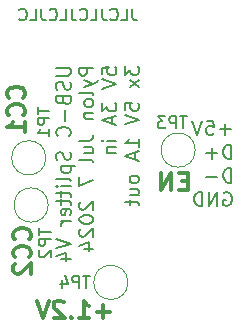
<source format=gbr>
%TF.GenerationSoftware,KiCad,Pcbnew,8.0.3*%
%TF.CreationDate,2024-07-08T02:18:10-04:00*%
%TF.ProjectId,USB-C-3-way-splitter-V4,5553422d-432d-4332-9d77-61792d73706c,rev?*%
%TF.SameCoordinates,Original*%
%TF.FileFunction,Legend,Bot*%
%TF.FilePolarity,Positive*%
%FSLAX46Y46*%
G04 Gerber Fmt 4.6, Leading zero omitted, Abs format (unit mm)*
G04 Created by KiCad (PCBNEW 8.0.3) date 2024-07-08 02:18:10*
%MOMM*%
%LPD*%
G01*
G04 APERTURE LIST*
%ADD10C,0.150000*%
%ADD11C,0.300000*%
%ADD12C,0.200000*%
%ADD13C,0.120000*%
G04 APERTURE END LIST*
D10*
X24715601Y2911800D02*
X23801316Y2911800D01*
X24258458Y2454657D02*
X24258458Y3368942D01*
X22658459Y3654657D02*
X23229887Y3654657D01*
X23229887Y3654657D02*
X23287030Y3083228D01*
X23287030Y3083228D02*
X23229887Y3140371D01*
X23229887Y3140371D02*
X23115602Y3197514D01*
X23115602Y3197514D02*
X22829887Y3197514D01*
X22829887Y3197514D02*
X22715602Y3140371D01*
X22715602Y3140371D02*
X22658459Y3083228D01*
X22658459Y3083228D02*
X22601316Y2968942D01*
X22601316Y2968942D02*
X22601316Y2683228D01*
X22601316Y2683228D02*
X22658459Y2568942D01*
X22658459Y2568942D02*
X22715602Y2511800D01*
X22715602Y2511800D02*
X22829887Y2454657D01*
X22829887Y2454657D02*
X23115602Y2454657D01*
X23115602Y2454657D02*
X23229887Y2511800D01*
X23229887Y2511800D02*
X23287030Y2568942D01*
X22258459Y3654657D02*
X21858459Y2454657D01*
X21858459Y2454657D02*
X21458459Y3654657D01*
D11*
X21045489Y-1465114D02*
X20545489Y-1465114D01*
X20331203Y-2250828D02*
X21045489Y-2250828D01*
X21045489Y-2250828D02*
X21045489Y-750828D01*
X21045489Y-750828D02*
X20331203Y-750828D01*
X19688346Y-2250828D02*
X19688346Y-750828D01*
X19688346Y-750828D02*
X18831203Y-2250828D01*
X18831203Y-2250828D02*
X18831203Y-750828D01*
X7157971Y5588346D02*
X7229400Y5659774D01*
X7229400Y5659774D02*
X7300828Y5874060D01*
X7300828Y5874060D02*
X7300828Y6016917D01*
X7300828Y6016917D02*
X7229400Y6231203D01*
X7229400Y6231203D02*
X7086542Y6374060D01*
X7086542Y6374060D02*
X6943685Y6445489D01*
X6943685Y6445489D02*
X6657971Y6516917D01*
X6657971Y6516917D02*
X6443685Y6516917D01*
X6443685Y6516917D02*
X6157971Y6445489D01*
X6157971Y6445489D02*
X6015114Y6374060D01*
X6015114Y6374060D02*
X5872257Y6231203D01*
X5872257Y6231203D02*
X5800828Y6016917D01*
X5800828Y6016917D02*
X5800828Y5874060D01*
X5800828Y5874060D02*
X5872257Y5659774D01*
X5872257Y5659774D02*
X5943685Y5588346D01*
X7157971Y4088346D02*
X7229400Y4159774D01*
X7229400Y4159774D02*
X7300828Y4374060D01*
X7300828Y4374060D02*
X7300828Y4516917D01*
X7300828Y4516917D02*
X7229400Y4731203D01*
X7229400Y4731203D02*
X7086542Y4874060D01*
X7086542Y4874060D02*
X6943685Y4945489D01*
X6943685Y4945489D02*
X6657971Y5016917D01*
X6657971Y5016917D02*
X6443685Y5016917D01*
X6443685Y5016917D02*
X6157971Y4945489D01*
X6157971Y4945489D02*
X6015114Y4874060D01*
X6015114Y4874060D02*
X5872257Y4731203D01*
X5872257Y4731203D02*
X5800828Y4516917D01*
X5800828Y4516917D02*
X5800828Y4374060D01*
X5800828Y4374060D02*
X5872257Y4159774D01*
X5872257Y4159774D02*
X5943685Y4088346D01*
X7300828Y2659774D02*
X7300828Y3516917D01*
X7300828Y3088346D02*
X5800828Y3088346D01*
X5800828Y3088346D02*
X6015114Y3231203D01*
X6015114Y3231203D02*
X6157971Y3374060D01*
X6157971Y3374060D02*
X6229400Y3516917D01*
D10*
X16377506Y13130180D02*
X16377506Y12415895D01*
X16377506Y12415895D02*
X16425125Y12273038D01*
X16425125Y12273038D02*
X16520363Y12177800D01*
X16520363Y12177800D02*
X16663220Y12130180D01*
X16663220Y12130180D02*
X16758458Y12130180D01*
X15425125Y12130180D02*
X15901315Y12130180D01*
X15901315Y12130180D02*
X15901315Y13130180D01*
X14520363Y12225419D02*
X14567982Y12177800D01*
X14567982Y12177800D02*
X14710839Y12130180D01*
X14710839Y12130180D02*
X14806077Y12130180D01*
X14806077Y12130180D02*
X14948934Y12177800D01*
X14948934Y12177800D02*
X15044172Y12273038D01*
X15044172Y12273038D02*
X15091791Y12368276D01*
X15091791Y12368276D02*
X15139410Y12558752D01*
X15139410Y12558752D02*
X15139410Y12701609D01*
X15139410Y12701609D02*
X15091791Y12892085D01*
X15091791Y12892085D02*
X15044172Y12987323D01*
X15044172Y12987323D02*
X14948934Y13082561D01*
X14948934Y13082561D02*
X14806077Y13130180D01*
X14806077Y13130180D02*
X14710839Y13130180D01*
X14710839Y13130180D02*
X14567982Y13082561D01*
X14567982Y13082561D02*
X14520363Y13034942D01*
X13806077Y13130180D02*
X13806077Y12415895D01*
X13806077Y12415895D02*
X13853696Y12273038D01*
X13853696Y12273038D02*
X13948934Y12177800D01*
X13948934Y12177800D02*
X14091791Y12130180D01*
X14091791Y12130180D02*
X14187029Y12130180D01*
X12853696Y12130180D02*
X13329886Y12130180D01*
X13329886Y12130180D02*
X13329886Y13130180D01*
X11948934Y12225419D02*
X11996553Y12177800D01*
X11996553Y12177800D02*
X12139410Y12130180D01*
X12139410Y12130180D02*
X12234648Y12130180D01*
X12234648Y12130180D02*
X12377505Y12177800D01*
X12377505Y12177800D02*
X12472743Y12273038D01*
X12472743Y12273038D02*
X12520362Y12368276D01*
X12520362Y12368276D02*
X12567981Y12558752D01*
X12567981Y12558752D02*
X12567981Y12701609D01*
X12567981Y12701609D02*
X12520362Y12892085D01*
X12520362Y12892085D02*
X12472743Y12987323D01*
X12472743Y12987323D02*
X12377505Y13082561D01*
X12377505Y13082561D02*
X12234648Y13130180D01*
X12234648Y13130180D02*
X12139410Y13130180D01*
X12139410Y13130180D02*
X11996553Y13082561D01*
X11996553Y13082561D02*
X11948934Y13034942D01*
X11234648Y13130180D02*
X11234648Y12415895D01*
X11234648Y12415895D02*
X11282267Y12273038D01*
X11282267Y12273038D02*
X11377505Y12177800D01*
X11377505Y12177800D02*
X11520362Y12130180D01*
X11520362Y12130180D02*
X11615600Y12130180D01*
X10282267Y12130180D02*
X10758457Y12130180D01*
X10758457Y12130180D02*
X10758457Y13130180D01*
X9377505Y12225419D02*
X9425124Y12177800D01*
X9425124Y12177800D02*
X9567981Y12130180D01*
X9567981Y12130180D02*
X9663219Y12130180D01*
X9663219Y12130180D02*
X9806076Y12177800D01*
X9806076Y12177800D02*
X9901314Y12273038D01*
X9901314Y12273038D02*
X9948933Y12368276D01*
X9948933Y12368276D02*
X9996552Y12558752D01*
X9996552Y12558752D02*
X9996552Y12701609D01*
X9996552Y12701609D02*
X9948933Y12892085D01*
X9948933Y12892085D02*
X9901314Y12987323D01*
X9901314Y12987323D02*
X9806076Y13082561D01*
X9806076Y13082561D02*
X9663219Y13130180D01*
X9663219Y13130180D02*
X9567981Y13130180D01*
X9567981Y13130180D02*
X9425124Y13082561D01*
X9425124Y13082561D02*
X9377505Y13034942D01*
X8663219Y13130180D02*
X8663219Y12415895D01*
X8663219Y12415895D02*
X8710838Y12273038D01*
X8710838Y12273038D02*
X8806076Y12177800D01*
X8806076Y12177800D02*
X8948933Y12130180D01*
X8948933Y12130180D02*
X9044171Y12130180D01*
X7710838Y12130180D02*
X8187028Y12130180D01*
X8187028Y12130180D02*
X8187028Y13130180D01*
X6806076Y12225419D02*
X6853695Y12177800D01*
X6853695Y12177800D02*
X6996552Y12130180D01*
X6996552Y12130180D02*
X7091790Y12130180D01*
X7091790Y12130180D02*
X7234647Y12177800D01*
X7234647Y12177800D02*
X7329885Y12273038D01*
X7329885Y12273038D02*
X7377504Y12368276D01*
X7377504Y12368276D02*
X7425123Y12558752D01*
X7425123Y12558752D02*
X7425123Y12701609D01*
X7425123Y12701609D02*
X7377504Y12892085D01*
X7377504Y12892085D02*
X7329885Y12987323D01*
X7329885Y12987323D02*
X7234647Y13082561D01*
X7234647Y13082561D02*
X7091790Y13130180D01*
X7091790Y13130180D02*
X6996552Y13130180D01*
X6996552Y13130180D02*
X6853695Y13082561D01*
X6853695Y13082561D02*
X6806076Y13034942D01*
D12*
X9946943Y8132707D02*
X10918372Y8132707D01*
X10918372Y8132707D02*
X11032658Y8075564D01*
X11032658Y8075564D02*
X11089801Y8018422D01*
X11089801Y8018422D02*
X11146943Y7904136D01*
X11146943Y7904136D02*
X11146943Y7675564D01*
X11146943Y7675564D02*
X11089801Y7561279D01*
X11089801Y7561279D02*
X11032658Y7504136D01*
X11032658Y7504136D02*
X10918372Y7446993D01*
X10918372Y7446993D02*
X9946943Y7446993D01*
X11089801Y6932707D02*
X11146943Y6761279D01*
X11146943Y6761279D02*
X11146943Y6475564D01*
X11146943Y6475564D02*
X11089801Y6361279D01*
X11089801Y6361279D02*
X11032658Y6304136D01*
X11032658Y6304136D02*
X10918372Y6246993D01*
X10918372Y6246993D02*
X10804086Y6246993D01*
X10804086Y6246993D02*
X10689801Y6304136D01*
X10689801Y6304136D02*
X10632658Y6361279D01*
X10632658Y6361279D02*
X10575515Y6475564D01*
X10575515Y6475564D02*
X10518372Y6704136D01*
X10518372Y6704136D02*
X10461229Y6818421D01*
X10461229Y6818421D02*
X10404086Y6875564D01*
X10404086Y6875564D02*
X10289801Y6932707D01*
X10289801Y6932707D02*
X10175515Y6932707D01*
X10175515Y6932707D02*
X10061229Y6875564D01*
X10061229Y6875564D02*
X10004086Y6818421D01*
X10004086Y6818421D02*
X9946943Y6704136D01*
X9946943Y6704136D02*
X9946943Y6418421D01*
X9946943Y6418421D02*
X10004086Y6246993D01*
X10518372Y5332707D02*
X10575515Y5161279D01*
X10575515Y5161279D02*
X10632658Y5104136D01*
X10632658Y5104136D02*
X10746943Y5046993D01*
X10746943Y5046993D02*
X10918372Y5046993D01*
X10918372Y5046993D02*
X11032658Y5104136D01*
X11032658Y5104136D02*
X11089801Y5161279D01*
X11089801Y5161279D02*
X11146943Y5275564D01*
X11146943Y5275564D02*
X11146943Y5732707D01*
X11146943Y5732707D02*
X9946943Y5732707D01*
X9946943Y5732707D02*
X9946943Y5332707D01*
X9946943Y5332707D02*
X10004086Y5218422D01*
X10004086Y5218422D02*
X10061229Y5161279D01*
X10061229Y5161279D02*
X10175515Y5104136D01*
X10175515Y5104136D02*
X10289801Y5104136D01*
X10289801Y5104136D02*
X10404086Y5161279D01*
X10404086Y5161279D02*
X10461229Y5218422D01*
X10461229Y5218422D02*
X10518372Y5332707D01*
X10518372Y5332707D02*
X10518372Y5732707D01*
X10689801Y4532707D02*
X10689801Y3618422D01*
X11032658Y2361279D02*
X11089801Y2418422D01*
X11089801Y2418422D02*
X11146943Y2589850D01*
X11146943Y2589850D02*
X11146943Y2704136D01*
X11146943Y2704136D02*
X11089801Y2875565D01*
X11089801Y2875565D02*
X10975515Y2989850D01*
X10975515Y2989850D02*
X10861229Y3046993D01*
X10861229Y3046993D02*
X10632658Y3104136D01*
X10632658Y3104136D02*
X10461229Y3104136D01*
X10461229Y3104136D02*
X10232658Y3046993D01*
X10232658Y3046993D02*
X10118372Y2989850D01*
X10118372Y2989850D02*
X10004086Y2875565D01*
X10004086Y2875565D02*
X9946943Y2704136D01*
X9946943Y2704136D02*
X9946943Y2589850D01*
X9946943Y2589850D02*
X10004086Y2418422D01*
X10004086Y2418422D02*
X10061229Y2361279D01*
X11089801Y989850D02*
X11146943Y818422D01*
X11146943Y818422D02*
X11146943Y532707D01*
X11146943Y532707D02*
X11089801Y418422D01*
X11089801Y418422D02*
X11032658Y361279D01*
X11032658Y361279D02*
X10918372Y304136D01*
X10918372Y304136D02*
X10804086Y304136D01*
X10804086Y304136D02*
X10689801Y361279D01*
X10689801Y361279D02*
X10632658Y418422D01*
X10632658Y418422D02*
X10575515Y532707D01*
X10575515Y532707D02*
X10518372Y761279D01*
X10518372Y761279D02*
X10461229Y875564D01*
X10461229Y875564D02*
X10404086Y932707D01*
X10404086Y932707D02*
X10289801Y989850D01*
X10289801Y989850D02*
X10175515Y989850D01*
X10175515Y989850D02*
X10061229Y932707D01*
X10061229Y932707D02*
X10004086Y875564D01*
X10004086Y875564D02*
X9946943Y761279D01*
X9946943Y761279D02*
X9946943Y475564D01*
X9946943Y475564D02*
X10004086Y304136D01*
X10346943Y-210149D02*
X11546943Y-210149D01*
X10404086Y-210149D02*
X10346943Y-324435D01*
X10346943Y-324435D02*
X10346943Y-553006D01*
X10346943Y-553006D02*
X10404086Y-667292D01*
X10404086Y-667292D02*
X10461229Y-724435D01*
X10461229Y-724435D02*
X10575515Y-781577D01*
X10575515Y-781577D02*
X10918372Y-781577D01*
X10918372Y-781577D02*
X11032658Y-724435D01*
X11032658Y-724435D02*
X11089801Y-667292D01*
X11089801Y-667292D02*
X11146943Y-553006D01*
X11146943Y-553006D02*
X11146943Y-324435D01*
X11146943Y-324435D02*
X11089801Y-210149D01*
X11146943Y-1467291D02*
X11089801Y-1353006D01*
X11089801Y-1353006D02*
X10975515Y-1295863D01*
X10975515Y-1295863D02*
X9946943Y-1295863D01*
X11146943Y-1924434D02*
X10346943Y-1924434D01*
X9946943Y-1924434D02*
X10004086Y-1867291D01*
X10004086Y-1867291D02*
X10061229Y-1924434D01*
X10061229Y-1924434D02*
X10004086Y-1981577D01*
X10004086Y-1981577D02*
X9946943Y-1924434D01*
X9946943Y-1924434D02*
X10061229Y-1924434D01*
X10346943Y-2324434D02*
X10346943Y-2781577D01*
X9946943Y-2495863D02*
X10975515Y-2495863D01*
X10975515Y-2495863D02*
X11089801Y-2553006D01*
X11089801Y-2553006D02*
X11146943Y-2667291D01*
X11146943Y-2667291D02*
X11146943Y-2781577D01*
X10346943Y-3010148D02*
X10346943Y-3467291D01*
X9946943Y-3181577D02*
X10975515Y-3181577D01*
X10975515Y-3181577D02*
X11089801Y-3238720D01*
X11089801Y-3238720D02*
X11146943Y-3353005D01*
X11146943Y-3353005D02*
X11146943Y-3467291D01*
X11089801Y-4324434D02*
X11146943Y-4210148D01*
X11146943Y-4210148D02*
X11146943Y-3981577D01*
X11146943Y-3981577D02*
X11089801Y-3867291D01*
X11089801Y-3867291D02*
X10975515Y-3810148D01*
X10975515Y-3810148D02*
X10518372Y-3810148D01*
X10518372Y-3810148D02*
X10404086Y-3867291D01*
X10404086Y-3867291D02*
X10346943Y-3981577D01*
X10346943Y-3981577D02*
X10346943Y-4210148D01*
X10346943Y-4210148D02*
X10404086Y-4324434D01*
X10404086Y-4324434D02*
X10518372Y-4381577D01*
X10518372Y-4381577D02*
X10632658Y-4381577D01*
X10632658Y-4381577D02*
X10746943Y-3810148D01*
X11146943Y-4895862D02*
X10346943Y-4895862D01*
X10575515Y-4895862D02*
X10461229Y-4953005D01*
X10461229Y-4953005D02*
X10404086Y-5010148D01*
X10404086Y-5010148D02*
X10346943Y-5124433D01*
X10346943Y-5124433D02*
X10346943Y-5238719D01*
X9946943Y-6381576D02*
X11146943Y-6781576D01*
X11146943Y-6781576D02*
X9946943Y-7181576D01*
X10346943Y-8095862D02*
X11146943Y-8095862D01*
X9889801Y-7810147D02*
X10746943Y-7524433D01*
X10746943Y-7524433D02*
X10746943Y-8267290D01*
X13078876Y8132707D02*
X11878876Y8132707D01*
X11878876Y8132707D02*
X11878876Y7675564D01*
X11878876Y7675564D02*
X11936019Y7561279D01*
X11936019Y7561279D02*
X11993162Y7504136D01*
X11993162Y7504136D02*
X12107448Y7446993D01*
X12107448Y7446993D02*
X12278876Y7446993D01*
X12278876Y7446993D02*
X12393162Y7504136D01*
X12393162Y7504136D02*
X12450305Y7561279D01*
X12450305Y7561279D02*
X12507448Y7675564D01*
X12507448Y7675564D02*
X12507448Y8132707D01*
X12278876Y7046993D02*
X13078876Y6761279D01*
X12278876Y6475564D02*
X13078876Y6761279D01*
X13078876Y6761279D02*
X13364591Y6875564D01*
X13364591Y6875564D02*
X13421734Y6932707D01*
X13421734Y6932707D02*
X13478876Y7046993D01*
X13078876Y5846993D02*
X13021734Y5961278D01*
X13021734Y5961278D02*
X12907448Y6018421D01*
X12907448Y6018421D02*
X11878876Y6018421D01*
X13078876Y5218422D02*
X13021734Y5332707D01*
X13021734Y5332707D02*
X12964591Y5389850D01*
X12964591Y5389850D02*
X12850305Y5446993D01*
X12850305Y5446993D02*
X12507448Y5446993D01*
X12507448Y5446993D02*
X12393162Y5389850D01*
X12393162Y5389850D02*
X12336019Y5332707D01*
X12336019Y5332707D02*
X12278876Y5218422D01*
X12278876Y5218422D02*
X12278876Y5046993D01*
X12278876Y5046993D02*
X12336019Y4932707D01*
X12336019Y4932707D02*
X12393162Y4875565D01*
X12393162Y4875565D02*
X12507448Y4818422D01*
X12507448Y4818422D02*
X12850305Y4818422D01*
X12850305Y4818422D02*
X12964591Y4875565D01*
X12964591Y4875565D02*
X13021734Y4932707D01*
X13021734Y4932707D02*
X13078876Y5046993D01*
X13078876Y5046993D02*
X13078876Y5218422D01*
X12278876Y4304136D02*
X13078876Y4304136D01*
X12393162Y4304136D02*
X12336019Y4246993D01*
X12336019Y4246993D02*
X12278876Y4132708D01*
X12278876Y4132708D02*
X12278876Y3961279D01*
X12278876Y3961279D02*
X12336019Y3846993D01*
X12336019Y3846993D02*
X12450305Y3789851D01*
X12450305Y3789851D02*
X13078876Y3789851D01*
X11878876Y1961279D02*
X12736019Y1961279D01*
X12736019Y1961279D02*
X12907448Y2018422D01*
X12907448Y2018422D02*
X13021734Y2132708D01*
X13021734Y2132708D02*
X13078876Y2304136D01*
X13078876Y2304136D02*
X13078876Y2418422D01*
X12278876Y875565D02*
X13078876Y875565D01*
X12278876Y1389850D02*
X12907448Y1389850D01*
X12907448Y1389850D02*
X13021734Y1332707D01*
X13021734Y1332707D02*
X13078876Y1218422D01*
X13078876Y1218422D02*
X13078876Y1046993D01*
X13078876Y1046993D02*
X13021734Y932707D01*
X13021734Y932707D02*
X12964591Y875565D01*
X13078876Y132708D02*
X13021734Y246993D01*
X13021734Y246993D02*
X12907448Y304136D01*
X12907448Y304136D02*
X11878876Y304136D01*
X11878876Y-1124434D02*
X11878876Y-1924434D01*
X11878876Y-1924434D02*
X13078876Y-1410148D01*
X11993162Y-3238720D02*
X11936019Y-3295863D01*
X11936019Y-3295863D02*
X11878876Y-3410149D01*
X11878876Y-3410149D02*
X11878876Y-3695863D01*
X11878876Y-3695863D02*
X11936019Y-3810149D01*
X11936019Y-3810149D02*
X11993162Y-3867291D01*
X11993162Y-3867291D02*
X12107448Y-3924434D01*
X12107448Y-3924434D02*
X12221734Y-3924434D01*
X12221734Y-3924434D02*
X12393162Y-3867291D01*
X12393162Y-3867291D02*
X13078876Y-3181577D01*
X13078876Y-3181577D02*
X13078876Y-3924434D01*
X11878876Y-4667291D02*
X11878876Y-4781577D01*
X11878876Y-4781577D02*
X11936019Y-4895863D01*
X11936019Y-4895863D02*
X11993162Y-4953006D01*
X11993162Y-4953006D02*
X12107448Y-5010148D01*
X12107448Y-5010148D02*
X12336019Y-5067291D01*
X12336019Y-5067291D02*
X12621734Y-5067291D01*
X12621734Y-5067291D02*
X12850305Y-5010148D01*
X12850305Y-5010148D02*
X12964591Y-4953006D01*
X12964591Y-4953006D02*
X13021734Y-4895863D01*
X13021734Y-4895863D02*
X13078876Y-4781577D01*
X13078876Y-4781577D02*
X13078876Y-4667291D01*
X13078876Y-4667291D02*
X13021734Y-4553006D01*
X13021734Y-4553006D02*
X12964591Y-4495863D01*
X12964591Y-4495863D02*
X12850305Y-4438720D01*
X12850305Y-4438720D02*
X12621734Y-4381577D01*
X12621734Y-4381577D02*
X12336019Y-4381577D01*
X12336019Y-4381577D02*
X12107448Y-4438720D01*
X12107448Y-4438720D02*
X11993162Y-4495863D01*
X11993162Y-4495863D02*
X11936019Y-4553006D01*
X11936019Y-4553006D02*
X11878876Y-4667291D01*
X11993162Y-5524434D02*
X11936019Y-5581577D01*
X11936019Y-5581577D02*
X11878876Y-5695863D01*
X11878876Y-5695863D02*
X11878876Y-5981577D01*
X11878876Y-5981577D02*
X11936019Y-6095863D01*
X11936019Y-6095863D02*
X11993162Y-6153005D01*
X11993162Y-6153005D02*
X12107448Y-6210148D01*
X12107448Y-6210148D02*
X12221734Y-6210148D01*
X12221734Y-6210148D02*
X12393162Y-6153005D01*
X12393162Y-6153005D02*
X13078876Y-5467291D01*
X13078876Y-5467291D02*
X13078876Y-6210148D01*
X12278876Y-7238720D02*
X13078876Y-7238720D01*
X11821734Y-6953005D02*
X12678876Y-6667291D01*
X12678876Y-6667291D02*
X12678876Y-7410148D01*
X13810809Y7561279D02*
X13810809Y8132707D01*
X13810809Y8132707D02*
X14382238Y8189850D01*
X14382238Y8189850D02*
X14325095Y8132707D01*
X14325095Y8132707D02*
X14267952Y8018422D01*
X14267952Y8018422D02*
X14267952Y7732707D01*
X14267952Y7732707D02*
X14325095Y7618422D01*
X14325095Y7618422D02*
X14382238Y7561279D01*
X14382238Y7561279D02*
X14496524Y7504136D01*
X14496524Y7504136D02*
X14782238Y7504136D01*
X14782238Y7504136D02*
X14896524Y7561279D01*
X14896524Y7561279D02*
X14953667Y7618422D01*
X14953667Y7618422D02*
X15010809Y7732707D01*
X15010809Y7732707D02*
X15010809Y8018422D01*
X15010809Y8018422D02*
X14953667Y8132707D01*
X14953667Y8132707D02*
X14896524Y8189850D01*
X13810809Y7161279D02*
X15010809Y6761279D01*
X15010809Y6761279D02*
X13810809Y6361279D01*
X13810809Y5161279D02*
X13810809Y4418422D01*
X13810809Y4418422D02*
X14267952Y4818422D01*
X14267952Y4818422D02*
X14267952Y4646993D01*
X14267952Y4646993D02*
X14325095Y4532708D01*
X14325095Y4532708D02*
X14382238Y4475565D01*
X14382238Y4475565D02*
X14496524Y4418422D01*
X14496524Y4418422D02*
X14782238Y4418422D01*
X14782238Y4418422D02*
X14896524Y4475565D01*
X14896524Y4475565D02*
X14953667Y4532708D01*
X14953667Y4532708D02*
X15010809Y4646993D01*
X15010809Y4646993D02*
X15010809Y4989850D01*
X15010809Y4989850D02*
X14953667Y5104136D01*
X14953667Y5104136D02*
X14896524Y5161279D01*
X14667952Y3961279D02*
X14667952Y3389851D01*
X15010809Y4075565D02*
X13810809Y3675565D01*
X13810809Y3675565D02*
X15010809Y3275565D01*
X15010809Y1961279D02*
X14210809Y1961279D01*
X13810809Y1961279D02*
X13867952Y2018422D01*
X13867952Y2018422D02*
X13925095Y1961279D01*
X13925095Y1961279D02*
X13867952Y1904136D01*
X13867952Y1904136D02*
X13810809Y1961279D01*
X13810809Y1961279D02*
X13925095Y1961279D01*
X14210809Y1389850D02*
X15010809Y1389850D01*
X14325095Y1389850D02*
X14267952Y1332707D01*
X14267952Y1332707D02*
X14210809Y1218422D01*
X14210809Y1218422D02*
X14210809Y1046993D01*
X14210809Y1046993D02*
X14267952Y932707D01*
X14267952Y932707D02*
X14382238Y875565D01*
X14382238Y875565D02*
X15010809Y875565D01*
X15742742Y8246993D02*
X15742742Y7504136D01*
X15742742Y7504136D02*
X16199885Y7904136D01*
X16199885Y7904136D02*
X16199885Y7732707D01*
X16199885Y7732707D02*
X16257028Y7618422D01*
X16257028Y7618422D02*
X16314171Y7561279D01*
X16314171Y7561279D02*
X16428457Y7504136D01*
X16428457Y7504136D02*
X16714171Y7504136D01*
X16714171Y7504136D02*
X16828457Y7561279D01*
X16828457Y7561279D02*
X16885600Y7618422D01*
X16885600Y7618422D02*
X16942742Y7732707D01*
X16942742Y7732707D02*
X16942742Y8075564D01*
X16942742Y8075564D02*
X16885600Y8189850D01*
X16885600Y8189850D02*
X16828457Y8246993D01*
X16942742Y7104136D02*
X16142742Y6475565D01*
X16142742Y7104136D02*
X16942742Y6475565D01*
X15742742Y4532707D02*
X15742742Y5104135D01*
X15742742Y5104135D02*
X16314171Y5161278D01*
X16314171Y5161278D02*
X16257028Y5104135D01*
X16257028Y5104135D02*
X16199885Y4989850D01*
X16199885Y4989850D02*
X16199885Y4704135D01*
X16199885Y4704135D02*
X16257028Y4589850D01*
X16257028Y4589850D02*
X16314171Y4532707D01*
X16314171Y4532707D02*
X16428457Y4475564D01*
X16428457Y4475564D02*
X16714171Y4475564D01*
X16714171Y4475564D02*
X16828457Y4532707D01*
X16828457Y4532707D02*
X16885600Y4589850D01*
X16885600Y4589850D02*
X16942742Y4704135D01*
X16942742Y4704135D02*
X16942742Y4989850D01*
X16942742Y4989850D02*
X16885600Y5104135D01*
X16885600Y5104135D02*
X16828457Y5161278D01*
X15742742Y4132707D02*
X16942742Y3732707D01*
X16942742Y3732707D02*
X15742742Y3332707D01*
X16942742Y1389850D02*
X16942742Y2075564D01*
X16942742Y1732707D02*
X15742742Y1732707D01*
X15742742Y1732707D02*
X15914171Y1846993D01*
X15914171Y1846993D02*
X16028457Y1961278D01*
X16028457Y1961278D02*
X16085600Y2075564D01*
X16599885Y932707D02*
X16599885Y361279D01*
X16942742Y1046993D02*
X15742742Y646993D01*
X15742742Y646993D02*
X16942742Y246993D01*
X16942742Y-1238720D02*
X16885600Y-1124435D01*
X16885600Y-1124435D02*
X16828457Y-1067292D01*
X16828457Y-1067292D02*
X16714171Y-1010149D01*
X16714171Y-1010149D02*
X16371314Y-1010149D01*
X16371314Y-1010149D02*
X16257028Y-1067292D01*
X16257028Y-1067292D02*
X16199885Y-1124435D01*
X16199885Y-1124435D02*
X16142742Y-1238720D01*
X16142742Y-1238720D02*
X16142742Y-1410149D01*
X16142742Y-1410149D02*
X16199885Y-1524435D01*
X16199885Y-1524435D02*
X16257028Y-1581578D01*
X16257028Y-1581578D02*
X16371314Y-1638720D01*
X16371314Y-1638720D02*
X16714171Y-1638720D01*
X16714171Y-1638720D02*
X16828457Y-1581578D01*
X16828457Y-1581578D02*
X16885600Y-1524435D01*
X16885600Y-1524435D02*
X16942742Y-1410149D01*
X16942742Y-1410149D02*
X16942742Y-1238720D01*
X16142742Y-2667292D02*
X16942742Y-2667292D01*
X16142742Y-2153006D02*
X16771314Y-2153006D01*
X16771314Y-2153006D02*
X16885600Y-2210149D01*
X16885600Y-2210149D02*
X16942742Y-2324434D01*
X16942742Y-2324434D02*
X16942742Y-2495863D01*
X16942742Y-2495863D02*
X16885600Y-2610149D01*
X16885600Y-2610149D02*
X16828457Y-2667292D01*
X16142742Y-3067291D02*
X16142742Y-3524434D01*
X15742742Y-3238720D02*
X16771314Y-3238720D01*
X16771314Y-3238720D02*
X16885600Y-3295863D01*
X16885600Y-3295863D02*
X16942742Y-3410148D01*
X16942742Y-3410148D02*
X16942742Y-3524434D01*
D11*
X7657971Y-6411653D02*
X7729400Y-6340225D01*
X7729400Y-6340225D02*
X7800828Y-6125939D01*
X7800828Y-6125939D02*
X7800828Y-5983082D01*
X7800828Y-5983082D02*
X7729400Y-5768796D01*
X7729400Y-5768796D02*
X7586542Y-5625939D01*
X7586542Y-5625939D02*
X7443685Y-5554510D01*
X7443685Y-5554510D02*
X7157971Y-5483082D01*
X7157971Y-5483082D02*
X6943685Y-5483082D01*
X6943685Y-5483082D02*
X6657971Y-5554510D01*
X6657971Y-5554510D02*
X6515114Y-5625939D01*
X6515114Y-5625939D02*
X6372257Y-5768796D01*
X6372257Y-5768796D02*
X6300828Y-5983082D01*
X6300828Y-5983082D02*
X6300828Y-6125939D01*
X6300828Y-6125939D02*
X6372257Y-6340225D01*
X6372257Y-6340225D02*
X6443685Y-6411653D01*
X7657971Y-7911653D02*
X7729400Y-7840225D01*
X7729400Y-7840225D02*
X7800828Y-7625939D01*
X7800828Y-7625939D02*
X7800828Y-7483082D01*
X7800828Y-7483082D02*
X7729400Y-7268796D01*
X7729400Y-7268796D02*
X7586542Y-7125939D01*
X7586542Y-7125939D02*
X7443685Y-7054510D01*
X7443685Y-7054510D02*
X7157971Y-6983082D01*
X7157971Y-6983082D02*
X6943685Y-6983082D01*
X6943685Y-6983082D02*
X6657971Y-7054510D01*
X6657971Y-7054510D02*
X6515114Y-7125939D01*
X6515114Y-7125939D02*
X6372257Y-7268796D01*
X6372257Y-7268796D02*
X6300828Y-7483082D01*
X6300828Y-7483082D02*
X6300828Y-7625939D01*
X6300828Y-7625939D02*
X6372257Y-7840225D01*
X6372257Y-7840225D02*
X6443685Y-7911653D01*
X6443685Y-8483082D02*
X6372257Y-8554510D01*
X6372257Y-8554510D02*
X6300828Y-8697368D01*
X6300828Y-8697368D02*
X6300828Y-9054510D01*
X6300828Y-9054510D02*
X6372257Y-9197368D01*
X6372257Y-9197368D02*
X6443685Y-9268796D01*
X6443685Y-9268796D02*
X6586542Y-9340225D01*
X6586542Y-9340225D02*
X6729400Y-9340225D01*
X6729400Y-9340225D02*
X6943685Y-9268796D01*
X6943685Y-9268796D02*
X7800828Y-8411653D01*
X7800828Y-8411653D02*
X7800828Y-9340225D01*
X14495489Y-12529400D02*
X13352632Y-12529400D01*
X13924060Y-13100828D02*
X13924060Y-11957971D01*
X11852631Y-13100828D02*
X12709774Y-13100828D01*
X12281203Y-13100828D02*
X12281203Y-11600828D01*
X12281203Y-11600828D02*
X12424060Y-11815114D01*
X12424060Y-11815114D02*
X12566917Y-11957971D01*
X12566917Y-11957971D02*
X12709774Y-12029400D01*
X11209775Y-12957971D02*
X11138346Y-13029400D01*
X11138346Y-13029400D02*
X11209775Y-13100828D01*
X11209775Y-13100828D02*
X11281203Y-13029400D01*
X11281203Y-13029400D02*
X11209775Y-12957971D01*
X11209775Y-12957971D02*
X11209775Y-13100828D01*
X10566917Y-11743685D02*
X10495489Y-11672257D01*
X10495489Y-11672257D02*
X10352632Y-11600828D01*
X10352632Y-11600828D02*
X9995489Y-11600828D01*
X9995489Y-11600828D02*
X9852632Y-11672257D01*
X9852632Y-11672257D02*
X9781203Y-11743685D01*
X9781203Y-11743685D02*
X9709774Y-11886542D01*
X9709774Y-11886542D02*
X9709774Y-12029400D01*
X9709774Y-12029400D02*
X9781203Y-12243685D01*
X9781203Y-12243685D02*
X10638346Y-13100828D01*
X10638346Y-13100828D02*
X9709774Y-13100828D01*
X9281203Y-11600828D02*
X8781203Y-13100828D01*
X8781203Y-13100828D02*
X8281203Y-11600828D01*
D10*
X24765601Y404657D02*
X24765601Y1604657D01*
X24765601Y1604657D02*
X24479887Y1604657D01*
X24479887Y1604657D02*
X24308458Y1547514D01*
X24308458Y1547514D02*
X24194173Y1433228D01*
X24194173Y1433228D02*
X24137030Y1318942D01*
X24137030Y1318942D02*
X24079887Y1090371D01*
X24079887Y1090371D02*
X24079887Y918942D01*
X24079887Y918942D02*
X24137030Y690371D01*
X24137030Y690371D02*
X24194173Y576085D01*
X24194173Y576085D02*
X24308458Y461800D01*
X24308458Y461800D02*
X24479887Y404657D01*
X24479887Y404657D02*
X24765601Y404657D01*
X23565601Y861800D02*
X22651316Y861800D01*
X23108458Y404657D02*
X23108458Y1318942D01*
X24765601Y-1595342D02*
X24765601Y-395342D01*
X24765601Y-395342D02*
X24479887Y-395342D01*
X24479887Y-395342D02*
X24308458Y-452485D01*
X24308458Y-452485D02*
X24194173Y-566771D01*
X24194173Y-566771D02*
X24137030Y-681057D01*
X24137030Y-681057D02*
X24079887Y-909628D01*
X24079887Y-909628D02*
X24079887Y-1081057D01*
X24079887Y-1081057D02*
X24137030Y-1309628D01*
X24137030Y-1309628D02*
X24194173Y-1423914D01*
X24194173Y-1423914D02*
X24308458Y-1538200D01*
X24308458Y-1538200D02*
X24479887Y-1595342D01*
X24479887Y-1595342D02*
X24765601Y-1595342D01*
X23565601Y-1138200D02*
X22651316Y-1138200D01*
X24137030Y-2452485D02*
X24251316Y-2395342D01*
X24251316Y-2395342D02*
X24422744Y-2395342D01*
X24422744Y-2395342D02*
X24594173Y-2452485D01*
X24594173Y-2452485D02*
X24708458Y-2566771D01*
X24708458Y-2566771D02*
X24765601Y-2681057D01*
X24765601Y-2681057D02*
X24822744Y-2909628D01*
X24822744Y-2909628D02*
X24822744Y-3081057D01*
X24822744Y-3081057D02*
X24765601Y-3309628D01*
X24765601Y-3309628D02*
X24708458Y-3423914D01*
X24708458Y-3423914D02*
X24594173Y-3538200D01*
X24594173Y-3538200D02*
X24422744Y-3595342D01*
X24422744Y-3595342D02*
X24308458Y-3595342D01*
X24308458Y-3595342D02*
X24137030Y-3538200D01*
X24137030Y-3538200D02*
X24079887Y-3481057D01*
X24079887Y-3481057D02*
X24079887Y-3081057D01*
X24079887Y-3081057D02*
X24308458Y-3081057D01*
X23565601Y-3595342D02*
X23565601Y-2395342D01*
X23565601Y-2395342D02*
X22879887Y-3595342D01*
X22879887Y-3595342D02*
X22879887Y-2395342D01*
X22308458Y-3595342D02*
X22308458Y-2395342D01*
X22308458Y-2395342D02*
X22022744Y-2395342D01*
X22022744Y-2395342D02*
X21851315Y-2452485D01*
X21851315Y-2452485D02*
X21737030Y-2566771D01*
X21737030Y-2566771D02*
X21679887Y-2681057D01*
X21679887Y-2681057D02*
X21622744Y-2909628D01*
X21622744Y-2909628D02*
X21622744Y-3081057D01*
X21622744Y-3081057D02*
X21679887Y-3309628D01*
X21679887Y-3309628D02*
X21737030Y-3423914D01*
X21737030Y-3423914D02*
X21851315Y-3538200D01*
X21851315Y-3538200D02*
X22022744Y-3595342D01*
X22022744Y-3595342D02*
X22308458Y-3595342D01*
X12761904Y-9504819D02*
X12190476Y-9504819D01*
X12476190Y-10504819D02*
X12476190Y-9504819D01*
X11857142Y-10504819D02*
X11857142Y-9504819D01*
X11857142Y-9504819D02*
X11476190Y-9504819D01*
X11476190Y-9504819D02*
X11380952Y-9552438D01*
X11380952Y-9552438D02*
X11333333Y-9600057D01*
X11333333Y-9600057D02*
X11285714Y-9695295D01*
X11285714Y-9695295D02*
X11285714Y-9838152D01*
X11285714Y-9838152D02*
X11333333Y-9933390D01*
X11333333Y-9933390D02*
X11380952Y-9981009D01*
X11380952Y-9981009D02*
X11476190Y-10028628D01*
X11476190Y-10028628D02*
X11857142Y-10028628D01*
X10428571Y-9838152D02*
X10428571Y-10504819D01*
X10666666Y-9457200D02*
X10904761Y-10171485D01*
X10904761Y-10171485D02*
X10285714Y-10171485D01*
X8454819Y-5488095D02*
X8454819Y-6059523D01*
X9454819Y-5773809D02*
X8454819Y-5773809D01*
X9454819Y-6392857D02*
X8454819Y-6392857D01*
X8454819Y-6392857D02*
X8454819Y-6773809D01*
X8454819Y-6773809D02*
X8502438Y-6869047D01*
X8502438Y-6869047D02*
X8550057Y-6916666D01*
X8550057Y-6916666D02*
X8645295Y-6964285D01*
X8645295Y-6964285D02*
X8788152Y-6964285D01*
X8788152Y-6964285D02*
X8883390Y-6916666D01*
X8883390Y-6916666D02*
X8931009Y-6869047D01*
X8931009Y-6869047D02*
X8978628Y-6773809D01*
X8978628Y-6773809D02*
X8978628Y-6392857D01*
X8550057Y-7345238D02*
X8502438Y-7392857D01*
X8502438Y-7392857D02*
X8454819Y-7488095D01*
X8454819Y-7488095D02*
X8454819Y-7726190D01*
X8454819Y-7726190D02*
X8502438Y-7821428D01*
X8502438Y-7821428D02*
X8550057Y-7869047D01*
X8550057Y-7869047D02*
X8645295Y-7916666D01*
X8645295Y-7916666D02*
X8740533Y-7916666D01*
X8740533Y-7916666D02*
X8883390Y-7869047D01*
X8883390Y-7869047D02*
X9454819Y-7297619D01*
X9454819Y-7297619D02*
X9454819Y-7916666D01*
X20961904Y3995180D02*
X20390476Y3995180D01*
X20676190Y2995180D02*
X20676190Y3995180D01*
X20057142Y2995180D02*
X20057142Y3995180D01*
X20057142Y3995180D02*
X19676190Y3995180D01*
X19676190Y3995180D02*
X19580952Y3947561D01*
X19580952Y3947561D02*
X19533333Y3899942D01*
X19533333Y3899942D02*
X19485714Y3804704D01*
X19485714Y3804704D02*
X19485714Y3661847D01*
X19485714Y3661847D02*
X19533333Y3566609D01*
X19533333Y3566609D02*
X19580952Y3518990D01*
X19580952Y3518990D02*
X19676190Y3471371D01*
X19676190Y3471371D02*
X20057142Y3471371D01*
X19152380Y3995180D02*
X18533333Y3995180D01*
X18533333Y3995180D02*
X18866666Y3614228D01*
X18866666Y3614228D02*
X18723809Y3614228D01*
X18723809Y3614228D02*
X18628571Y3566609D01*
X18628571Y3566609D02*
X18580952Y3518990D01*
X18580952Y3518990D02*
X18533333Y3423752D01*
X18533333Y3423752D02*
X18533333Y3185657D01*
X18533333Y3185657D02*
X18580952Y3090419D01*
X18580952Y3090419D02*
X18628571Y3042800D01*
X18628571Y3042800D02*
X18723809Y2995180D01*
X18723809Y2995180D02*
X19009523Y2995180D01*
X19009523Y2995180D02*
X19104761Y3042800D01*
X19104761Y3042800D02*
X19152380Y3090419D01*
X8354819Y4761904D02*
X8354819Y4190476D01*
X9354819Y4476190D02*
X8354819Y4476190D01*
X9354819Y3857142D02*
X8354819Y3857142D01*
X8354819Y3857142D02*
X8354819Y3476190D01*
X8354819Y3476190D02*
X8402438Y3380952D01*
X8402438Y3380952D02*
X8450057Y3333333D01*
X8450057Y3333333D02*
X8545295Y3285714D01*
X8545295Y3285714D02*
X8688152Y3285714D01*
X8688152Y3285714D02*
X8783390Y3333333D01*
X8783390Y3333333D02*
X8831009Y3380952D01*
X8831009Y3380952D02*
X8878628Y3476190D01*
X8878628Y3476190D02*
X8878628Y3857142D01*
X9354819Y2333333D02*
X9354819Y2904761D01*
X9354819Y2619047D02*
X8354819Y2619047D01*
X8354819Y2619047D02*
X8497676Y2714285D01*
X8497676Y2714285D02*
X8592914Y2809523D01*
X8592914Y2809523D02*
X8640533Y2904761D01*
D13*
%TO.C,TP4*%
X16000000Y-10050000D02*
G75*
G02*
X13100000Y-10050000I-1450000J0D01*
G01*
X13100000Y-10050000D02*
G75*
G02*
X16000000Y-10050000I1450000J0D01*
G01*
%TO.C,TP2*%
X9250000Y-3500000D02*
G75*
G02*
X6350000Y-3500000I-1450000J0D01*
G01*
X6350000Y-3500000D02*
G75*
G02*
X9250000Y-3500000I1450000J0D01*
G01*
%TO.C,TP3*%
X21700000Y1150000D02*
G75*
G02*
X18800000Y1150000I-1450000J0D01*
G01*
X18800000Y1150000D02*
G75*
G02*
X21700000Y1150000I1450000J0D01*
G01*
%TO.C,TP1*%
X9050000Y500000D02*
G75*
G02*
X6150000Y500000I-1450000J0D01*
G01*
X6150000Y500000D02*
G75*
G02*
X9050000Y500000I1450000J0D01*
G01*
%TD*%
M02*

</source>
